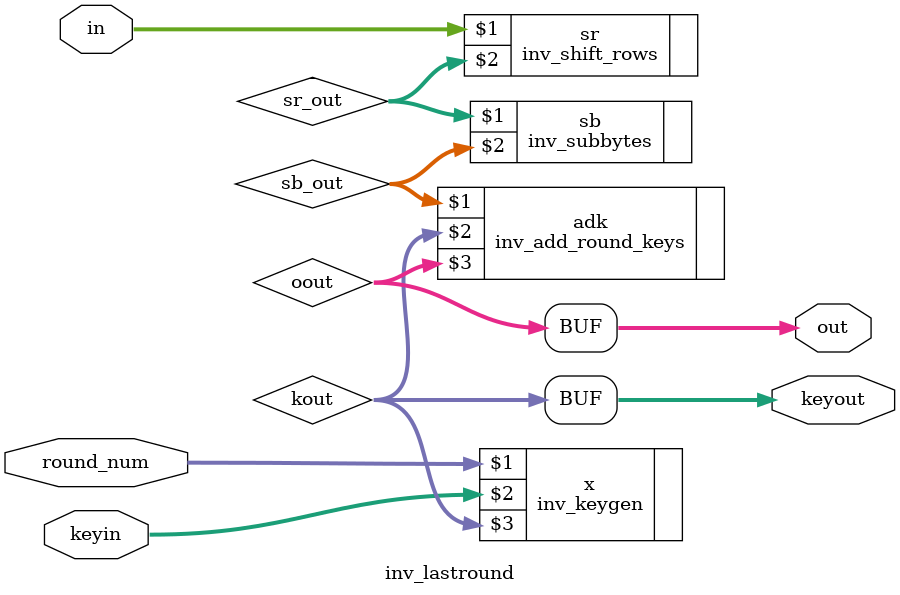
<source format=v>
/*
------Last Round Module------
inputs: 
	1- in -128 bit wire- (State)
	2- round_num -128 bit wire- (Round Number)
	3- keyin -128 bit wire- (input key)
output: 
	1- keyout -128 bit register- (output of this round and input to the next round)
	2- out -128 bit register- (output of this round and input to the next round)
Description:
	- the input passes by these modules in order:
	  key generation, substitute bytes, shift rows,
	  add round key
	
*/
module inv_lastround (
	input wire[127:0]in,
	input wire[3:0]round_num,
	input wire[127:0]keyin,
	output reg[127:0]keyout, 
	output reg[127:0]out
);

wire [127:0]sb_out, sr_out, kout,oout;
	
	inv_keygen x(round_num, keyin, kout); 	 
	
	inv_shift_rows sr(in, sr_out);
	inv_subbytes sb(sr_out, sb_out);
	inv_add_round_keys adk(sb_out, kout, oout);
	
	always@*
		begin
			keyout=kout;
			out =oout;
			
		end

endmodule


</source>
